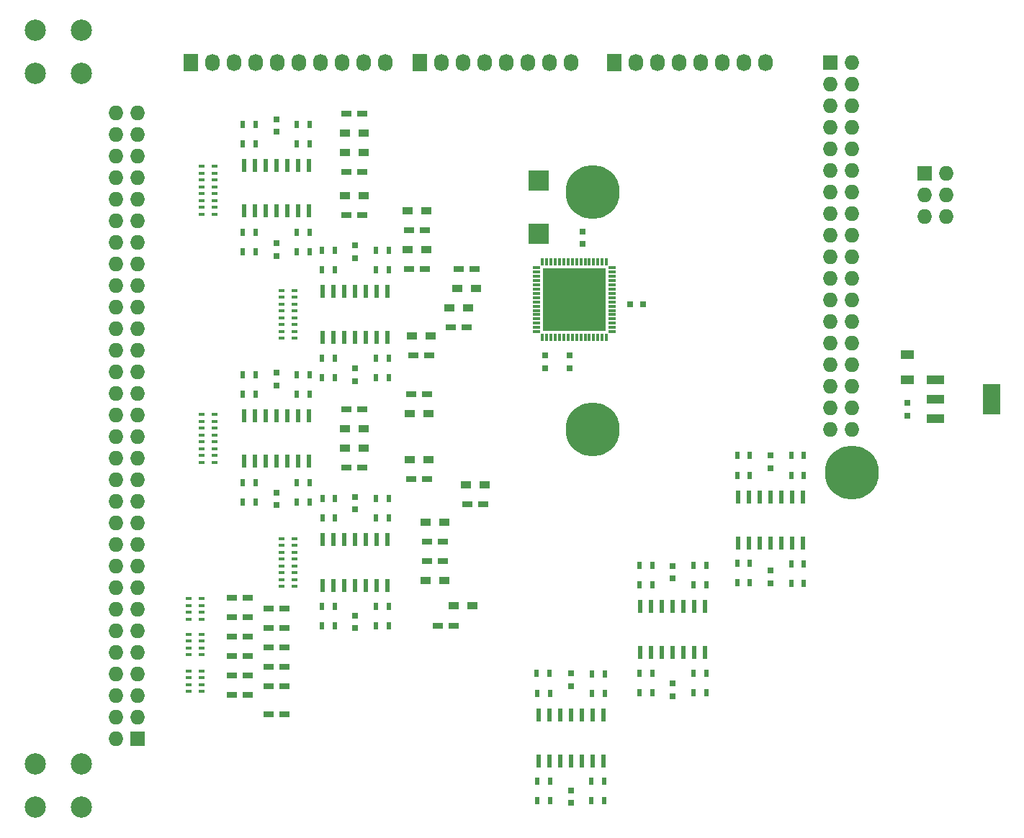
<source format=gbr>
G04 #@! TF.FileFunction,Soldermask,Top*
%FSLAX46Y46*%
G04 Gerber Fmt 4.6, Leading zero omitted, Abs format (unit mm)*
G04 Created by KiCad (PCBNEW 4.0.1-3.201512150931+6195~38~ubuntu15.04.1-stable) date Sun 01 May 2016 04:30:14 AM CDT*
%MOMM*%
G01*
G04 APERTURE LIST*
%ADD10C,0.100000*%
%ADD11R,0.600000X1.500000*%
%ADD12R,0.500000X0.900000*%
%ADD13R,1.727200X1.727200*%
%ADD14O,1.727200X1.727200*%
%ADD15R,0.800000X0.750000*%
%ADD16R,0.750000X0.800000*%
%ADD17R,2.430000X2.370000*%
%ADD18R,1.600000X1.000000*%
%ADD19R,1.200000X0.750000*%
%ADD20R,1.727200X2.032000*%
%ADD21O,1.727200X2.032000*%
%ADD22R,1.200000X0.900000*%
%ADD23R,0.850000X0.300000*%
%ADD24R,0.300000X0.850000*%
%ADD25R,1.837500X1.837500*%
%ADD26R,2.032000X3.657600*%
%ADD27R,2.032000X1.016000*%
%ADD28R,0.762000X0.431800*%
%ADD29C,2.500000*%
%ADD30C,6.350000*%
G04 APERTURE END LIST*
D10*
D11*
X60579000Y-102456000D03*
X59309000Y-102456000D03*
X58039000Y-102456000D03*
X56769000Y-102456000D03*
X55499000Y-102456000D03*
X54229000Y-102456000D03*
X52959000Y-102456000D03*
X52959000Y-107856000D03*
X54229000Y-107856000D03*
X55499000Y-107856000D03*
X56769000Y-107856000D03*
X58039000Y-107856000D03*
X59309000Y-107856000D03*
X60579000Y-107856000D03*
D12*
X54344000Y-110363000D03*
X52844000Y-110363000D03*
D13*
X40462200Y-140500100D03*
D14*
X37922200Y-140500100D03*
X40462200Y-137960100D03*
X37922200Y-137960100D03*
X40462200Y-135420100D03*
X37922200Y-135420100D03*
X40462200Y-132880100D03*
X37922200Y-132880100D03*
X40462200Y-130340100D03*
X37922200Y-130340100D03*
X40462200Y-127800100D03*
X37922200Y-127800100D03*
X40462200Y-125260100D03*
X37922200Y-125260100D03*
X40462200Y-122720100D03*
X37922200Y-122720100D03*
X40462200Y-120180100D03*
X37922200Y-120180100D03*
X40462200Y-117640100D03*
X37922200Y-117640100D03*
X40462200Y-115100100D03*
X37922200Y-115100100D03*
X40462200Y-112560100D03*
X37922200Y-112560100D03*
X40462200Y-110020100D03*
X37922200Y-110020100D03*
X40462200Y-107480100D03*
X37922200Y-107480100D03*
X40462200Y-104940100D03*
X37922200Y-104940100D03*
X40462200Y-102400100D03*
X37922200Y-102400100D03*
X40462200Y-99860100D03*
X37922200Y-99860100D03*
X40462200Y-97320100D03*
X37922200Y-97320100D03*
X40462200Y-94780100D03*
X37922200Y-94780100D03*
X40462200Y-92240100D03*
X37922200Y-92240100D03*
X40462200Y-89700100D03*
X37922200Y-89700100D03*
X40462200Y-87160100D03*
X37922200Y-87160100D03*
X40462200Y-84620100D03*
X37922200Y-84620100D03*
X40462200Y-82080100D03*
X37922200Y-82080100D03*
X40462200Y-79540100D03*
X37922200Y-79540100D03*
X40462200Y-77000100D03*
X37922200Y-77000100D03*
X40462200Y-74460100D03*
X37922200Y-74460100D03*
X40462200Y-71920100D03*
X37922200Y-71920100D03*
X40462200Y-69380100D03*
X37922200Y-69380100D03*
X40462200Y-66840100D03*
X37922200Y-66840100D03*
D15*
X98373500Y-89344500D03*
X99873500Y-89344500D03*
D16*
X92773500Y-82284000D03*
X92773500Y-80784000D03*
D17*
X87566500Y-74794500D03*
X87566500Y-81034500D03*
D16*
X88328500Y-95389000D03*
X88328500Y-96889000D03*
D18*
X130937000Y-95274000D03*
X130937000Y-98274000D03*
D16*
X130937000Y-102477000D03*
X130937000Y-100977000D03*
D19*
X64963000Y-66929000D03*
X66863000Y-66929000D03*
X64963000Y-73787000D03*
X66863000Y-73787000D03*
X64963000Y-78867000D03*
X66863000Y-78867000D03*
X72329000Y-80645000D03*
X74229000Y-80645000D03*
X72329000Y-85217000D03*
X74229000Y-85217000D03*
X78171000Y-85217000D03*
X80071000Y-85217000D03*
X77282000Y-92075000D03*
X79182000Y-92075000D03*
X72837000Y-95377000D03*
X74737000Y-95377000D03*
X55819000Y-137668000D03*
X57719000Y-137668000D03*
X51501000Y-135382000D03*
X53401000Y-135382000D03*
X55819000Y-134366000D03*
X57719000Y-134366000D03*
X51501000Y-133096000D03*
X53401000Y-133096000D03*
X72583000Y-99949000D03*
X74483000Y-99949000D03*
X64963000Y-101727000D03*
X66863000Y-101727000D03*
X64963000Y-108585000D03*
X66863000Y-108585000D03*
X72583000Y-109982000D03*
X74483000Y-109982000D03*
X79187000Y-112903000D03*
X81087000Y-112903000D03*
X74488000Y-117348000D03*
X76388000Y-117348000D03*
X74488000Y-119634000D03*
X76388000Y-119634000D03*
X77658000Y-127190500D03*
X75758000Y-127190500D03*
X55819000Y-132080000D03*
X57719000Y-132080000D03*
X51501000Y-130810000D03*
X53401000Y-130810000D03*
X55819000Y-129794000D03*
X57719000Y-129794000D03*
X51501000Y-128524000D03*
X53401000Y-128524000D03*
X55819000Y-127508000D03*
X57719000Y-127508000D03*
X51501000Y-126238000D03*
X53401000Y-126238000D03*
X55819000Y-125222000D03*
X57719000Y-125222000D03*
X51501000Y-123952000D03*
X53401000Y-123952000D03*
D11*
X60579000Y-72992000D03*
X59309000Y-72992000D03*
X58039000Y-72992000D03*
X56769000Y-72992000D03*
X55499000Y-72992000D03*
X54229000Y-72992000D03*
X52959000Y-72992000D03*
X52959000Y-78392000D03*
X54229000Y-78392000D03*
X55499000Y-78392000D03*
X56769000Y-78392000D03*
X58039000Y-78392000D03*
X59309000Y-78392000D03*
X60579000Y-78392000D03*
X69850000Y-87851000D03*
X68580000Y-87851000D03*
X67310000Y-87851000D03*
X66040000Y-87851000D03*
X64770000Y-87851000D03*
X63500000Y-87851000D03*
X62230000Y-87851000D03*
X62230000Y-93251000D03*
X63500000Y-93251000D03*
X64770000Y-93251000D03*
X66040000Y-93251000D03*
X67310000Y-93251000D03*
X68580000Y-93251000D03*
X69850000Y-93251000D03*
X87566500Y-143098500D03*
X88836500Y-143098500D03*
X90106500Y-143098500D03*
X91376500Y-143098500D03*
X92646500Y-143098500D03*
X93916500Y-143098500D03*
X95186500Y-143098500D03*
X95186500Y-137698500D03*
X93916500Y-137698500D03*
X92646500Y-137698500D03*
X91376500Y-137698500D03*
X90106500Y-137698500D03*
X88836500Y-137698500D03*
X87566500Y-137698500D03*
X69850000Y-117061000D03*
X68580000Y-117061000D03*
X67310000Y-117061000D03*
X66040000Y-117061000D03*
X64770000Y-117061000D03*
X63500000Y-117061000D03*
X62230000Y-117061000D03*
X62230000Y-122461000D03*
X63500000Y-122461000D03*
X64770000Y-122461000D03*
X66040000Y-122461000D03*
X67310000Y-122461000D03*
X68580000Y-122461000D03*
X69850000Y-122461000D03*
X99568000Y-130335000D03*
X100838000Y-130335000D03*
X102108000Y-130335000D03*
X103378000Y-130335000D03*
X104648000Y-130335000D03*
X105918000Y-130335000D03*
X107188000Y-130335000D03*
X107188000Y-124935000D03*
X105918000Y-124935000D03*
X104648000Y-124935000D03*
X103378000Y-124935000D03*
X102108000Y-124935000D03*
X100838000Y-124935000D03*
X99568000Y-124935000D03*
X111061500Y-117444500D03*
X112331500Y-117444500D03*
X113601500Y-117444500D03*
X114871500Y-117444500D03*
X116141500Y-117444500D03*
X117411500Y-117444500D03*
X118681500Y-117444500D03*
X118681500Y-112044500D03*
X117411500Y-112044500D03*
X116141500Y-112044500D03*
X114871500Y-112044500D03*
X113601500Y-112044500D03*
X112331500Y-112044500D03*
X111061500Y-112044500D03*
D13*
X133030000Y-73977500D03*
D14*
X135570000Y-73977500D03*
X133030000Y-76517500D03*
X135570000Y-76517500D03*
X133030000Y-79057500D03*
X135570000Y-79057500D03*
D13*
X121920000Y-60960000D03*
D14*
X124460000Y-60960000D03*
X121920000Y-63500000D03*
X124460000Y-63500000D03*
X121920000Y-66040000D03*
X124460000Y-66040000D03*
X121920000Y-68580000D03*
X124460000Y-68580000D03*
X121920000Y-71120000D03*
X124460000Y-71120000D03*
X121920000Y-73660000D03*
X124460000Y-73660000D03*
X121920000Y-76200000D03*
X124460000Y-76200000D03*
X121920000Y-78740000D03*
X124460000Y-78740000D03*
X121920000Y-81280000D03*
X124460000Y-81280000D03*
X121920000Y-83820000D03*
X124460000Y-83820000D03*
X121920000Y-86360000D03*
X124460000Y-86360000D03*
X121920000Y-88900000D03*
X124460000Y-88900000D03*
X121920000Y-91440000D03*
X124460000Y-91440000D03*
X121920000Y-93980000D03*
X124460000Y-93980000D03*
X121920000Y-96520000D03*
X124460000Y-96520000D03*
X121920000Y-99060000D03*
X124460000Y-99060000D03*
X121920000Y-101600000D03*
X124460000Y-101600000D03*
X121920000Y-104140000D03*
X124460000Y-104140000D03*
D20*
X46736000Y-60960000D03*
D21*
X49276000Y-60960000D03*
X51816000Y-60960000D03*
X54356000Y-60960000D03*
X56896000Y-60960000D03*
X59436000Y-60960000D03*
X61976000Y-60960000D03*
X64516000Y-60960000D03*
X67056000Y-60960000D03*
X69596000Y-60960000D03*
D20*
X73660000Y-60960000D03*
D21*
X76200000Y-60960000D03*
X78740000Y-60960000D03*
X81280000Y-60960000D03*
X83820000Y-60960000D03*
X86360000Y-60960000D03*
X88900000Y-60960000D03*
X91440000Y-60960000D03*
D20*
X96520000Y-60960000D03*
D21*
X99060000Y-60960000D03*
X101600000Y-60960000D03*
X104140000Y-60960000D03*
X106680000Y-60960000D03*
X109220000Y-60960000D03*
X111760000Y-60960000D03*
X114300000Y-60960000D03*
D22*
X64813000Y-71501000D03*
X67013000Y-71501000D03*
X64813000Y-76581000D03*
X67013000Y-76581000D03*
X72179000Y-78359000D03*
X74379000Y-78359000D03*
X64813000Y-69215000D03*
X67013000Y-69215000D03*
X78021000Y-87503000D03*
X80221000Y-87503000D03*
X77132000Y-89789000D03*
X79332000Y-89789000D03*
X72687000Y-93091000D03*
X74887000Y-93091000D03*
X72179000Y-82931000D03*
X74379000Y-82931000D03*
X64813000Y-104013000D03*
X67013000Y-104013000D03*
X64813000Y-106299000D03*
X67013000Y-106299000D03*
X72433000Y-107696000D03*
X74633000Y-107696000D03*
X72433000Y-102235000D03*
X74633000Y-102235000D03*
X74338000Y-115062000D03*
X76538000Y-115062000D03*
X74338000Y-121920000D03*
X76538000Y-121920000D03*
X77640000Y-124841000D03*
X79840000Y-124841000D03*
X79037000Y-110617000D03*
X81237000Y-110617000D03*
D23*
X96271000Y-92586500D03*
X96271000Y-92086500D03*
X96271000Y-91586500D03*
X96271000Y-91086500D03*
X96271000Y-90586500D03*
X96271000Y-90086500D03*
X96271000Y-89586500D03*
X96271000Y-89086500D03*
X96271000Y-88586500D03*
X96271000Y-88086500D03*
X96271000Y-87586500D03*
X96271000Y-87086500D03*
X96271000Y-86586500D03*
X96271000Y-86086500D03*
X96271000Y-85586500D03*
X96271000Y-85086500D03*
D24*
X95571000Y-84386500D03*
X95071000Y-84386500D03*
X94571000Y-84386500D03*
X94071000Y-84386500D03*
X93571000Y-84386500D03*
X93071000Y-84386500D03*
X92571000Y-84386500D03*
X92071000Y-84386500D03*
X91571000Y-84386500D03*
X91071000Y-84386500D03*
X90571000Y-84386500D03*
X90071000Y-84386500D03*
X89571000Y-84386500D03*
X89071000Y-84386500D03*
X88571000Y-84386500D03*
X88071000Y-84386500D03*
D23*
X87371000Y-85086500D03*
X87371000Y-85586500D03*
X87371000Y-86086500D03*
X87371000Y-86586500D03*
X87371000Y-87086500D03*
X87371000Y-87586500D03*
X87371000Y-88086500D03*
X87371000Y-88586500D03*
X87371000Y-89086500D03*
X87371000Y-89586500D03*
X87371000Y-90086500D03*
X87371000Y-90586500D03*
X87371000Y-91086500D03*
X87371000Y-91586500D03*
X87371000Y-92086500D03*
X87371000Y-92586500D03*
D24*
X88071000Y-93286500D03*
X88571000Y-93286500D03*
X89071000Y-93286500D03*
X89571000Y-93286500D03*
X90071000Y-93286500D03*
X90571000Y-93286500D03*
X91071000Y-93286500D03*
X91571000Y-93286500D03*
X92071000Y-93286500D03*
X92571000Y-93286500D03*
X93071000Y-93286500D03*
X93571000Y-93286500D03*
X94071000Y-93286500D03*
X94571000Y-93286500D03*
X95071000Y-93286500D03*
X95571000Y-93286500D03*
D25*
X89064750Y-86080250D03*
X89064750Y-87917750D03*
X89064750Y-89755250D03*
X89064750Y-91592750D03*
X90902250Y-86080250D03*
X90902250Y-87917750D03*
X90902250Y-89755250D03*
X90902250Y-91592750D03*
X92739750Y-86080250D03*
X92739750Y-87917750D03*
X92739750Y-89755250D03*
X92739750Y-91592750D03*
X94577250Y-86080250D03*
X94577250Y-87917750D03*
X94577250Y-89755250D03*
X94577250Y-91592750D03*
D26*
X140843000Y-100584000D03*
D27*
X134239000Y-100584000D03*
X134239000Y-102870000D03*
X134239000Y-98298000D03*
D28*
X48006000Y-75547220D03*
X49530000Y-75547220D03*
X48006000Y-76344780D03*
X49530000Y-76344780D03*
X48006000Y-74747120D03*
X48006000Y-77144880D03*
X49530000Y-77144880D03*
X49530000Y-74747120D03*
X48006000Y-77944980D03*
X48006000Y-78745080D03*
X48006000Y-73146920D03*
X48006000Y-73947020D03*
X49530000Y-73947020D03*
X49530000Y-73146920D03*
X49530000Y-78745080D03*
X49530000Y-77944980D03*
X57404000Y-90152220D03*
X58928000Y-90152220D03*
X57404000Y-90949780D03*
X58928000Y-90949780D03*
X57404000Y-89352120D03*
X57404000Y-91749880D03*
X58928000Y-91749880D03*
X58928000Y-89352120D03*
X57404000Y-92549980D03*
X57404000Y-93350080D03*
X57404000Y-87751920D03*
X57404000Y-88552020D03*
X58928000Y-88552020D03*
X58928000Y-87751920D03*
X58928000Y-93350080D03*
X58928000Y-92549980D03*
X48006000Y-104757220D03*
X49530000Y-104757220D03*
X48006000Y-105554780D03*
X49530000Y-105554780D03*
X48006000Y-103957120D03*
X48006000Y-106354880D03*
X49530000Y-106354880D03*
X49530000Y-103957120D03*
X48006000Y-107154980D03*
X48006000Y-107955080D03*
X48006000Y-102356920D03*
X48006000Y-103157020D03*
X49530000Y-103157020D03*
X49530000Y-102356920D03*
X49530000Y-107955080D03*
X49530000Y-107154980D03*
X57404000Y-119362220D03*
X58928000Y-119362220D03*
X57404000Y-120159780D03*
X58928000Y-120159780D03*
X57404000Y-118562120D03*
X57404000Y-120959880D03*
X58928000Y-120959880D03*
X58928000Y-118562120D03*
X57404000Y-121759980D03*
X57404000Y-122560080D03*
X57404000Y-116961920D03*
X57404000Y-117762020D03*
X58928000Y-117762020D03*
X58928000Y-116961920D03*
X58928000Y-122560080D03*
X58928000Y-121759980D03*
D12*
X54344000Y-68199000D03*
X52844000Y-68199000D03*
X59194000Y-68199000D03*
X60694000Y-68199000D03*
X59194000Y-83185000D03*
X60694000Y-83185000D03*
X54344000Y-83185000D03*
X52844000Y-83185000D03*
X54344000Y-70485000D03*
X52844000Y-70485000D03*
X59194000Y-70485000D03*
X60694000Y-70485000D03*
X59194000Y-80899000D03*
X60694000Y-80899000D03*
X54344000Y-80899000D03*
X52844000Y-80899000D03*
X63615000Y-83058000D03*
X62115000Y-83058000D03*
X68465000Y-83058000D03*
X69965000Y-83058000D03*
X68465000Y-98044000D03*
X69965000Y-98044000D03*
X63615000Y-98044000D03*
X62115000Y-98044000D03*
X63615000Y-85344000D03*
X62115000Y-85344000D03*
X68465000Y-85344000D03*
X69965000Y-85344000D03*
X68465000Y-95758000D03*
X69965000Y-95758000D03*
X63615000Y-95758000D03*
X62115000Y-95758000D03*
X54344000Y-97663000D03*
X52844000Y-97663000D03*
X59194000Y-97663000D03*
X60694000Y-97663000D03*
X59194000Y-112649000D03*
X60694000Y-112649000D03*
X54344000Y-112649000D03*
X52844000Y-112649000D03*
X54344000Y-99949000D03*
X52844000Y-99949000D03*
X59194000Y-99949000D03*
X60694000Y-99949000D03*
X59194000Y-110363000D03*
X60694000Y-110363000D03*
X63678500Y-112268000D03*
X62178500Y-112268000D03*
X68465000Y-112268000D03*
X69965000Y-112268000D03*
X68465000Y-127254000D03*
X69965000Y-127254000D03*
X63615000Y-127190500D03*
X62115000Y-127190500D03*
X63678500Y-114554000D03*
X62178500Y-114554000D03*
X68465000Y-114554000D03*
X69965000Y-114554000D03*
X68465000Y-124968000D03*
X69965000Y-124968000D03*
X63615000Y-124968000D03*
X62115000Y-124968000D03*
D16*
X56769000Y-69076000D03*
X56769000Y-67576000D03*
X56769000Y-83681000D03*
X56769000Y-82181000D03*
X66040000Y-83935000D03*
X66040000Y-82435000D03*
X66040000Y-98413000D03*
X66040000Y-96913000D03*
X91376500Y-146570000D03*
X91376500Y-148070000D03*
X91376500Y-132790500D03*
X91376500Y-134290500D03*
X56769000Y-98921000D03*
X56769000Y-97421000D03*
X56769000Y-113018000D03*
X56769000Y-111518000D03*
X66040000Y-113526000D03*
X66040000Y-112026000D03*
X66040000Y-127496000D03*
X66040000Y-125996000D03*
X103378000Y-133997000D03*
X103378000Y-135497000D03*
X103378000Y-120154000D03*
X103378000Y-121654000D03*
X114871500Y-120725500D03*
X114871500Y-122225500D03*
X114871500Y-107136500D03*
X114871500Y-108636500D03*
D12*
X87451500Y-147828000D03*
X88951500Y-147828000D03*
X95301500Y-147828000D03*
X93801500Y-147828000D03*
X87388000Y-132842000D03*
X88888000Y-132842000D03*
X88951500Y-145542000D03*
X87451500Y-145542000D03*
X93801500Y-145542000D03*
X95301500Y-145542000D03*
X88951500Y-135191500D03*
X87451500Y-135191500D03*
X99453000Y-135128000D03*
X100953000Y-135128000D03*
X107303000Y-135128000D03*
X105803000Y-135128000D03*
X99453000Y-120142000D03*
X100953000Y-120142000D03*
X100953000Y-132842000D03*
X99453000Y-132842000D03*
X105803000Y-132842000D03*
X107303000Y-132842000D03*
X100953000Y-122428000D03*
X99453000Y-122428000D03*
X110946500Y-122174000D03*
X112446500Y-122174000D03*
X118796500Y-122237500D03*
X117296500Y-122237500D03*
X110946500Y-107188000D03*
X112446500Y-107188000D03*
X112446500Y-119888000D03*
X110946500Y-119888000D03*
X117296500Y-119951500D03*
X118796500Y-119951500D03*
X112446500Y-109537500D03*
X110946500Y-109537500D03*
X95365000Y-132905500D03*
X93865000Y-132905500D03*
X93865000Y-135191500D03*
X95365000Y-135191500D03*
X107303000Y-120142000D03*
X105803000Y-120142000D03*
X105803000Y-122428000D03*
X107303000Y-122428000D03*
X118796500Y-107188000D03*
X117296500Y-107188000D03*
X117296500Y-109537500D03*
X118796500Y-109537500D03*
D28*
X48006000Y-134129780D03*
X46482000Y-134129780D03*
X48006000Y-133332220D03*
X46482000Y-133332220D03*
X48006000Y-134929880D03*
X48006000Y-132532120D03*
X46482000Y-132532120D03*
X46482000Y-134929880D03*
X48006000Y-129811780D03*
X46482000Y-129811780D03*
X48006000Y-129014220D03*
X46482000Y-129014220D03*
X48006000Y-130611880D03*
X48006000Y-128214120D03*
X46482000Y-128214120D03*
X46482000Y-130611880D03*
X48006000Y-125620780D03*
X46482000Y-125620780D03*
X48006000Y-124823220D03*
X46482000Y-124823220D03*
X48006000Y-126420880D03*
X48006000Y-124023120D03*
X46482000Y-124023120D03*
X46482000Y-126420880D03*
D16*
X91249500Y-95389000D03*
X91249500Y-96889000D03*
D29*
X33835000Y-143510000D03*
X33835000Y-148590000D03*
X28395000Y-148590000D03*
X28395000Y-143510000D03*
X33835000Y-57150000D03*
X33835000Y-62230000D03*
X28395000Y-62230000D03*
X28395000Y-57150000D03*
D30*
X93980000Y-76200000D03*
X93980000Y-104140000D03*
X124460000Y-109220000D03*
M02*

</source>
